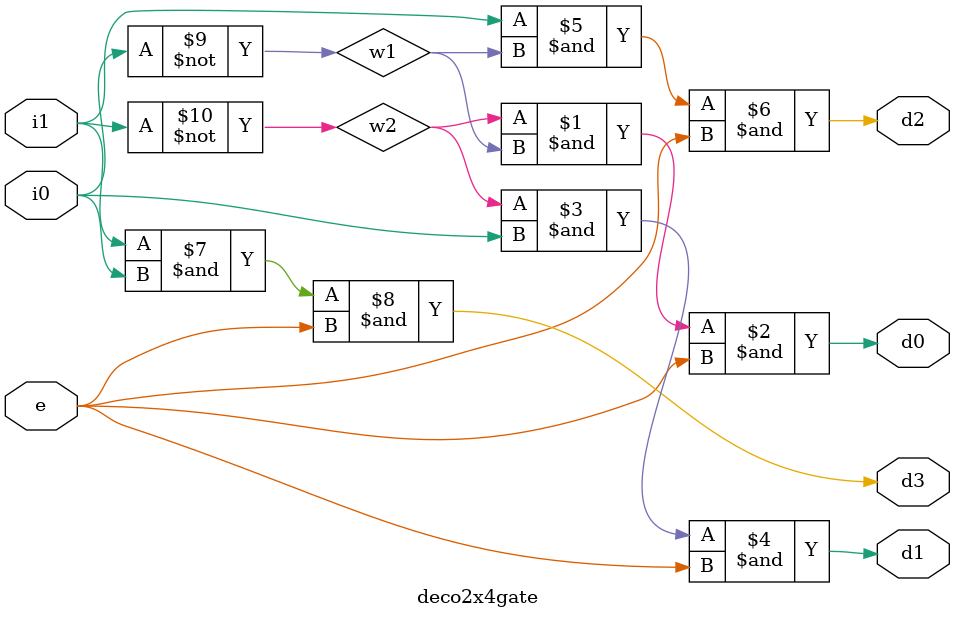
<source format=v>
module deco2x4gate(i0,i1,e,d0,d1,d2,d3);
input i0,i1,e;
output d0,d1,d2,d3;
wire w1,w2;
not n1(w1,i0);
not n2(w2,i1);
and a1(d0,w2,w1,e);
and a2(d1,w2,i0,e);
and a3(d2,i1,w1,e);
and a4(d3,i1,i0,e);
endmodule


</source>
